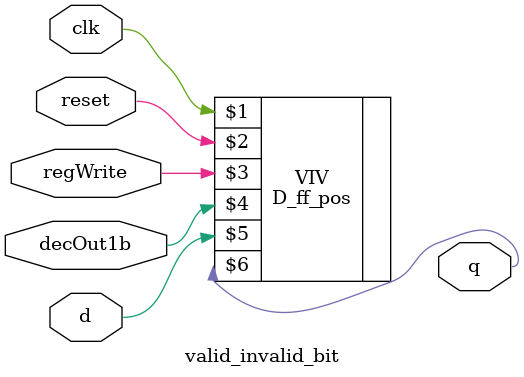
<source format=v>
module valid_invalid_bit(input clk, input reset, input regWrite, input decOut1b, input d, output  q);
	D_ff_pos VIV(clk, reset, regWrite, decOut1b, d, q);
endmodule
</source>
